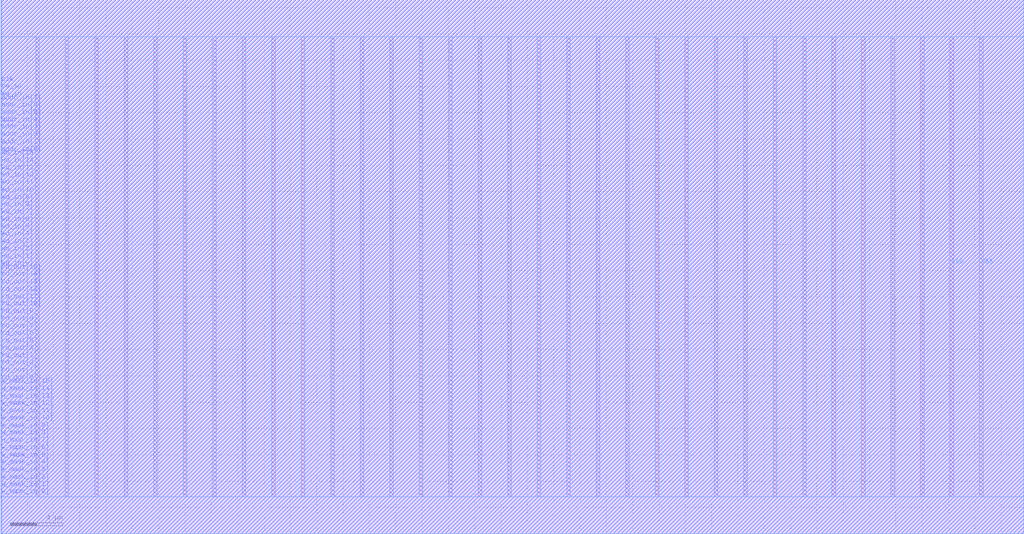
<source format=lef>
VERSION 5.7 ;
BUSBITCHARS "[]" ;
MACRO fakeram45_256x16_upper
  FOREIGN fakeram45_256x16_upper 0 0 ;
  SYMMETRY X Y R90 ;
  SIZE 77.710 BY 40.600 ;
  CLASS COVER ;
  PIN w_mask_in[0]
    DIRECTION INPUT ;
    USE SIGNAL ;
    SHAPE ABUTMENT ;
    PORT
      LAYER M3_m ;
      RECT 0.000 2.800 0.070 2.870 ;
    END
  END w_mask_in[0]
  PIN w_mask_in[1]
    DIRECTION INPUT ;
    USE SIGNAL ;
    SHAPE ABUTMENT ;
    PORT
      LAYER M3_m ;
      RECT 0.000 3.360 0.070 3.430 ;
    END
  END w_mask_in[1]
  PIN w_mask_in[2]
    DIRECTION INPUT ;
    USE SIGNAL ;
    SHAPE ABUTMENT ;
    PORT
      LAYER M3_m ;
      RECT 0.000 3.920 0.070 3.990 ;
    END
  END w_mask_in[2]
  PIN w_mask_in[3]
    DIRECTION INPUT ;
    USE SIGNAL ;
    SHAPE ABUTMENT ;
    PORT
      LAYER M3_m ;
      RECT 0.000 4.480 0.070 4.550 ;
    END
  END w_mask_in[3]
  PIN w_mask_in[4]
    DIRECTION INPUT ;
    USE SIGNAL ;
    SHAPE ABUTMENT ;
    PORT
      LAYER M3_m ;
      RECT 0.000 5.040 0.070 5.110 ;
    END
  END w_mask_in[4]
  PIN w_mask_in[5]
    DIRECTION INPUT ;
    USE SIGNAL ;
    SHAPE ABUTMENT ;
    PORT
      LAYER M3_m ;
      RECT 0.000 5.600 0.070 5.670 ;
    END
  END w_mask_in[5]
  PIN w_mask_in[6]
    DIRECTION INPUT ;
    USE SIGNAL ;
    SHAPE ABUTMENT ;
    PORT
      LAYER M3_m ;
      RECT 0.000 6.160 0.070 6.230 ;
    END
  END w_mask_in[6]
  PIN w_mask_in[7]
    DIRECTION INPUT ;
    USE SIGNAL ;
    SHAPE ABUTMENT ;
    PORT
      LAYER M3_m ;
      RECT 0.000 6.720 0.070 6.790 ;
    END
  END w_mask_in[7]
  PIN w_mask_in[8]
    DIRECTION INPUT ;
    USE SIGNAL ;
    SHAPE ABUTMENT ;
    PORT
      LAYER M3_m ;
      RECT 0.000 7.280 0.070 7.350 ;
    END
  END w_mask_in[8]
  PIN w_mask_in[9]
    DIRECTION INPUT ;
    USE SIGNAL ;
    SHAPE ABUTMENT ;
    PORT
      LAYER M3_m ;
      RECT 0.000 7.840 0.070 7.910 ;
    END
  END w_mask_in[9]
  PIN w_mask_in[10]
    DIRECTION INPUT ;
    USE SIGNAL ;
    SHAPE ABUTMENT ;
    PORT
      LAYER M3_m ;
      RECT 0.000 8.400 0.070 8.470 ;
    END
  END w_mask_in[10]
  PIN w_mask_in[11]
    DIRECTION INPUT ;
    USE SIGNAL ;
    SHAPE ABUTMENT ;
    PORT
      LAYER M3_m ;
      RECT 0.000 8.960 0.070 9.030 ;
    END
  END w_mask_in[11]
  PIN w_mask_in[12]
    DIRECTION INPUT ;
    USE SIGNAL ;
    SHAPE ABUTMENT ;
    PORT
      LAYER M3_m ;
      RECT 0.000 9.520 0.070 9.590 ;
    END
  END w_mask_in[12]
  PIN w_mask_in[13]
    DIRECTION INPUT ;
    USE SIGNAL ;
    SHAPE ABUTMENT ;
    PORT
      LAYER M3_m ;
      RECT 0.000 10.080 0.070 10.150 ;
    END
  END w_mask_in[13]
  PIN w_mask_in[14]
    DIRECTION INPUT ;
    USE SIGNAL ;
    SHAPE ABUTMENT ;
    PORT
      LAYER M3_m ;
      RECT 0.000 10.640 0.070 10.710 ;
    END
  END w_mask_in[14]
  PIN w_mask_in[15]
    DIRECTION INPUT ;
    USE SIGNAL ;
    SHAPE ABUTMENT ;
    PORT
      LAYER M3_m ;
      RECT 0.000 11.200 0.070 11.270 ;
    END
  END w_mask_in[15]
  PIN rd_out[0]
    DIRECTION OUTPUT ;
    USE SIGNAL ;
    SHAPE ABUTMENT ;
    PORT
      LAYER M3_m ;
      RECT 0.000 11.480 0.070 11.550 ;
    END
  END rd_out[0]
  PIN rd_out[1]
    DIRECTION OUTPUT ;
    USE SIGNAL ;
    SHAPE ABUTMENT ;
    PORT
      LAYER M3_m ;
      RECT 0.000 12.040 0.070 12.110 ;
    END
  END rd_out[1]
  PIN rd_out[2]
    DIRECTION OUTPUT ;
    USE SIGNAL ;
    SHAPE ABUTMENT ;
    PORT
      LAYER M3_m ;
      RECT 0.000 12.600 0.070 12.670 ;
    END
  END rd_out[2]
  PIN rd_out[3]
    DIRECTION OUTPUT ;
    USE SIGNAL ;
    SHAPE ABUTMENT ;
    PORT
      LAYER M3_m ;
      RECT 0.000 13.160 0.070 13.230 ;
    END
  END rd_out[3]
  PIN rd_out[4]
    DIRECTION OUTPUT ;
    USE SIGNAL ;
    SHAPE ABUTMENT ;
    PORT
      LAYER M3_m ;
      RECT 0.000 13.720 0.070 13.790 ;
    END
  END rd_out[4]
  PIN rd_out[5]
    DIRECTION OUTPUT ;
    USE SIGNAL ;
    SHAPE ABUTMENT ;
    PORT
      LAYER M3_m ;
      RECT 0.000 14.280 0.070 14.350 ;
    END
  END rd_out[5]
  PIN rd_out[6]
    DIRECTION OUTPUT ;
    USE SIGNAL ;
    SHAPE ABUTMENT ;
    PORT
      LAYER M3_m ;
      RECT 0.000 14.840 0.070 14.910 ;
    END
  END rd_out[6]
  PIN rd_out[7]
    DIRECTION OUTPUT ;
    USE SIGNAL ;
    SHAPE ABUTMENT ;
    PORT
      LAYER M3_m ;
      RECT 0.000 15.400 0.070 15.470 ;
    END
  END rd_out[7]
  PIN rd_out[8]
    DIRECTION OUTPUT ;
    USE SIGNAL ;
    SHAPE ABUTMENT ;
    PORT
      LAYER M3_m ;
      RECT 0.000 15.960 0.070 16.030 ;
    END
  END rd_out[8]
  PIN rd_out[9]
    DIRECTION OUTPUT ;
    USE SIGNAL ;
    SHAPE ABUTMENT ;
    PORT
      LAYER M3_m ;
      RECT 0.000 16.520 0.070 16.590 ;
    END
  END rd_out[9]
  PIN rd_out[10]
    DIRECTION OUTPUT ;
    USE SIGNAL ;
    SHAPE ABUTMENT ;
    PORT
      LAYER M3_m ;
      RECT 0.000 17.080 0.070 17.150 ;
    END
  END rd_out[10]
  PIN rd_out[11]
    DIRECTION OUTPUT ;
    USE SIGNAL ;
    SHAPE ABUTMENT ;
    PORT
      LAYER M3_m ;
      RECT 0.000 17.640 0.070 17.710 ;
    END
  END rd_out[11]
  PIN rd_out[12]
    DIRECTION OUTPUT ;
    USE SIGNAL ;
    SHAPE ABUTMENT ;
    PORT
      LAYER M3_m ;
      RECT 0.000 18.200 0.070 18.270 ;
    END
  END rd_out[12]
  PIN rd_out[13]
    DIRECTION OUTPUT ;
    USE SIGNAL ;
    SHAPE ABUTMENT ;
    PORT
      LAYER M3_m ;
      RECT 0.000 18.760 0.070 18.830 ;
    END
  END rd_out[13]
  PIN rd_out[14]
    DIRECTION OUTPUT ;
    USE SIGNAL ;
    SHAPE ABUTMENT ;
    PORT
      LAYER M3_m ;
      RECT 0.000 19.320 0.070 19.390 ;
    END
  END rd_out[14]
  PIN rd_out[15]
    DIRECTION OUTPUT ;
    USE SIGNAL ;
    SHAPE ABUTMENT ;
    PORT
      LAYER M3_m ;
      RECT 0.000 19.880 0.070 19.950 ;
    END
  END rd_out[15]
  PIN wd_in[0]
    DIRECTION INPUT ;
    USE SIGNAL ;
    SHAPE ABUTMENT ;
    PORT
      LAYER M3_m ;
      RECT 0.000 20.160 0.070 20.230 ;
    END
  END wd_in[0]
  PIN wd_in[1]
    DIRECTION INPUT ;
    USE SIGNAL ;
    SHAPE ABUTMENT ;
    PORT
      LAYER M3_m ;
      RECT 0.000 20.720 0.070 20.790 ;
    END
  END wd_in[1]
  PIN wd_in[2]
    DIRECTION INPUT ;
    USE SIGNAL ;
    SHAPE ABUTMENT ;
    PORT
      LAYER M3_m ;
      RECT 0.000 21.280 0.070 21.350 ;
    END
  END wd_in[2]
  PIN wd_in[3]
    DIRECTION INPUT ;
    USE SIGNAL ;
    SHAPE ABUTMENT ;
    PORT
      LAYER M3_m ;
      RECT 0.000 21.840 0.070 21.910 ;
    END
  END wd_in[3]
  PIN wd_in[4]
    DIRECTION INPUT ;
    USE SIGNAL ;
    SHAPE ABUTMENT ;
    PORT
      LAYER M3_m ;
      RECT 0.000 22.400 0.070 22.470 ;
    END
  END wd_in[4]
  PIN wd_in[5]
    DIRECTION INPUT ;
    USE SIGNAL ;
    SHAPE ABUTMENT ;
    PORT
      LAYER M3_m ;
      RECT 0.000 22.960 0.070 23.030 ;
    END
  END wd_in[5]
  PIN wd_in[6]
    DIRECTION INPUT ;
    USE SIGNAL ;
    SHAPE ABUTMENT ;
    PORT
      LAYER M3_m ;
      RECT 0.000 23.520 0.070 23.590 ;
    END
  END wd_in[6]
  PIN wd_in[7]
    DIRECTION INPUT ;
    USE SIGNAL ;
    SHAPE ABUTMENT ;
    PORT
      LAYER M3_m ;
      RECT 0.000 24.080 0.070 24.150 ;
    END
  END wd_in[7]
  PIN wd_in[8]
    DIRECTION INPUT ;
    USE SIGNAL ;
    SHAPE ABUTMENT ;
    PORT
      LAYER M3_m ;
      RECT 0.000 24.640 0.070 24.710 ;
    END
  END wd_in[8]
  PIN wd_in[9]
    DIRECTION INPUT ;
    USE SIGNAL ;
    SHAPE ABUTMENT ;
    PORT
      LAYER M3_m ;
      RECT 0.000 25.200 0.070 25.270 ;
    END
  END wd_in[9]
  PIN wd_in[10]
    DIRECTION INPUT ;
    USE SIGNAL ;
    SHAPE ABUTMENT ;
    PORT
      LAYER M3_m ;
      RECT 0.000 25.760 0.070 25.830 ;
    END
  END wd_in[10]
  PIN wd_in[11]
    DIRECTION INPUT ;
    USE SIGNAL ;
    SHAPE ABUTMENT ;
    PORT
      LAYER M3_m ;
      RECT 0.000 26.320 0.070 26.390 ;
    END
  END wd_in[11]
  PIN wd_in[12]
    DIRECTION INPUT ;
    USE SIGNAL ;
    SHAPE ABUTMENT ;
    PORT
      LAYER M3_m ;
      RECT 0.000 26.880 0.070 26.950 ;
    END
  END wd_in[12]
  PIN wd_in[13]
    DIRECTION INPUT ;
    USE SIGNAL ;
    SHAPE ABUTMENT ;
    PORT
      LAYER M3_m ;
      RECT 0.000 27.440 0.070 27.510 ;
    END
  END wd_in[13]
  PIN wd_in[14]
    DIRECTION INPUT ;
    USE SIGNAL ;
    SHAPE ABUTMENT ;
    PORT
      LAYER M3_m ;
      RECT 0.000 28.000 0.070 28.070 ;
    END
  END wd_in[14]
  PIN wd_in[15]
    DIRECTION INPUT ;
    USE SIGNAL ;
    SHAPE ABUTMENT ;
    PORT
      LAYER M3_m ;
      RECT 0.000 28.560 0.070 28.630 ;
    END
  END wd_in[15]
  PIN addr_in[0]
    DIRECTION INPUT ;
    USE SIGNAL ;
    SHAPE ABUTMENT ;
    PORT
      LAYER M3_m ;
      RECT 0.000 28.840 0.070 28.910 ;
    END
  END addr_in[0]
  PIN addr_in[1]
    DIRECTION INPUT ;
    USE SIGNAL ;
    SHAPE ABUTMENT ;
    PORT
      LAYER M3_m ;
      RECT 0.000 29.400 0.070 29.470 ;
    END
  END addr_in[1]
  PIN addr_in[2]
    DIRECTION INPUT ;
    USE SIGNAL ;
    SHAPE ABUTMENT ;
    PORT
      LAYER M3_m ;
      RECT 0.000 29.960 0.070 30.030 ;
    END
  END addr_in[2]
  PIN addr_in[3]
    DIRECTION INPUT ;
    USE SIGNAL ;
    SHAPE ABUTMENT ;
    PORT
      LAYER M3_m ;
      RECT 0.000 30.520 0.070 30.590 ;
    END
  END addr_in[3]
  PIN addr_in[4]
    DIRECTION INPUT ;
    USE SIGNAL ;
    SHAPE ABUTMENT ;
    PORT
      LAYER M3_m ;
      RECT 0.000 31.080 0.070 31.150 ;
    END
  END addr_in[4]
  PIN addr_in[5]
    DIRECTION INPUT ;
    USE SIGNAL ;
    SHAPE ABUTMENT ;
    PORT
      LAYER M3_m ;
      RECT 0.000 31.640 0.070 31.710 ;
    END
  END addr_in[5]
  PIN addr_in[6]
    DIRECTION INPUT ;
    USE SIGNAL ;
    SHAPE ABUTMENT ;
    PORT
      LAYER M3_m ;
      RECT 0.000 32.200 0.070 32.270 ;
    END
  END addr_in[6]
  PIN addr_in[7]
    DIRECTION INPUT ;
    USE SIGNAL ;
    SHAPE ABUTMENT ;
    PORT
      LAYER M3_m ;
      RECT 0.000 32.760 0.070 32.830 ;
    END
  END addr_in[7]
  PIN we_in
    DIRECTION INPUT ;
    USE SIGNAL ;
    SHAPE ABUTMENT ;
    PORT
      LAYER M3_m ;
      RECT 0.000 33.040 0.070 33.110 ;
    END
  END we_in
  PIN ce_in
    DIRECTION INPUT ;
    USE SIGNAL ;
    SHAPE ABUTMENT ;
    PORT
      LAYER M3_m ;
      RECT 0.000 33.600 0.070 33.670 ;
    END
  END ce_in
  PIN clk
    DIRECTION INPUT ;
    USE SIGNAL ;
    SHAPE ABUTMENT ;
    PORT
      LAYER M3_m ;
      RECT 0.000 34.160 0.070 34.230 ;
    END
  END clk
  PIN VSS
    DIRECTION INOUT ;
    USE GROUND ;
    PORT
      LAYER M4_m ;
      RECT 2.660 2.800 2.940 37.800 ;
      RECT 7.140 2.800 7.420 37.800 ;
      RECT 11.620 2.800 11.900 37.800 ;
      RECT 16.100 2.800 16.380 37.800 ;
      RECT 20.580 2.800 20.860 37.800 ;
      RECT 25.060 2.800 25.340 37.800 ;
      RECT 29.540 2.800 29.820 37.800 ;
      RECT 34.020 2.800 34.300 37.800 ;
      RECT 38.500 2.800 38.780 37.800 ;
      RECT 42.980 2.800 43.260 37.800 ;
      RECT 47.460 2.800 47.740 37.800 ;
      RECT 51.940 2.800 52.220 37.800 ;
      RECT 56.420 2.800 56.700 37.800 ;
      RECT 60.900 2.800 61.180 37.800 ;
      RECT 65.380 2.800 65.660 37.800 ;
      RECT 69.860 2.800 70.140 37.800 ;
      RECT 74.340 2.800 74.620 37.800 ;
    END
  END VSS
  PIN VDD
    DIRECTION INOUT ;
    USE POWER ;
    PORT
      LAYER M4_m ;
      RECT 4.900 2.800 5.180 37.800 ;
      RECT 9.380 2.800 9.660 37.800 ;
      RECT 13.860 2.800 14.140 37.800 ;
      RECT 18.340 2.800 18.620 37.800 ;
      RECT 22.820 2.800 23.100 37.800 ;
      RECT 27.300 2.800 27.580 37.800 ;
      RECT 31.780 2.800 32.060 37.800 ;
      RECT 36.260 2.800 36.540 37.800 ;
      RECT 40.740 2.800 41.020 37.800 ;
      RECT 45.220 2.800 45.500 37.800 ;
      RECT 49.700 2.800 49.980 37.800 ;
      RECT 54.180 2.800 54.460 37.800 ;
      RECT 58.660 2.800 58.940 37.800 ;
      RECT 63.140 2.800 63.420 37.800 ;
      RECT 67.620 2.800 67.900 37.800 ;
      RECT 72.100 2.800 72.380 37.800 ;
    END
  END VDD
  OBS
    LAYER M1_m ;
    RECT 0 0 77.710 40.600 ;
    LAYER M2_m ;
    RECT 0 0 77.710 40.600 ;
    LAYER M3_m ;
    RECT 0.070 0 77.710 40.600 ;
    RECT 0 0.000 0.070 2.800 ;
    RECT 0 2.870 0.070 3.360 ;
    RECT 0 3.430 0.070 3.920 ;
    RECT 0 3.990 0.070 4.480 ;
    RECT 0 4.550 0.070 5.040 ;
    RECT 0 5.110 0.070 5.600 ;
    RECT 0 5.670 0.070 6.160 ;
    RECT 0 6.230 0.070 6.720 ;
    RECT 0 6.790 0.070 7.280 ;
    RECT 0 7.350 0.070 7.840 ;
    RECT 0 7.910 0.070 8.400 ;
    RECT 0 8.470 0.070 8.960 ;
    RECT 0 9.030 0.070 9.520 ;
    RECT 0 9.590 0.070 10.080 ;
    RECT 0 10.150 0.070 10.640 ;
    RECT 0 10.710 0.070 11.200 ;
    RECT 0 11.270 0.070 11.480 ;
    RECT 0 11.550 0.070 12.040 ;
    RECT 0 12.110 0.070 12.600 ;
    RECT 0 12.670 0.070 13.160 ;
    RECT 0 13.230 0.070 13.720 ;
    RECT 0 13.790 0.070 14.280 ;
    RECT 0 14.350 0.070 14.840 ;
    RECT 0 14.910 0.070 15.400 ;
    RECT 0 15.470 0.070 15.960 ;
    RECT 0 16.030 0.070 16.520 ;
    RECT 0 16.590 0.070 17.080 ;
    RECT 0 17.150 0.070 17.640 ;
    RECT 0 17.710 0.070 18.200 ;
    RECT 0 18.270 0.070 18.760 ;
    RECT 0 18.830 0.070 19.320 ;
    RECT 0 19.390 0.070 19.880 ;
    RECT 0 19.950 0.070 20.160 ;
    RECT 0 20.230 0.070 20.720 ;
    RECT 0 20.790 0.070 21.280 ;
    RECT 0 21.350 0.070 21.840 ;
    RECT 0 21.910 0.070 22.400 ;
    RECT 0 22.470 0.070 22.960 ;
    RECT 0 23.030 0.070 23.520 ;
    RECT 0 23.590 0.070 24.080 ;
    RECT 0 24.150 0.070 24.640 ;
    RECT 0 24.710 0.070 25.200 ;
    RECT 0 25.270 0.070 25.760 ;
    RECT 0 25.830 0.070 26.320 ;
    RECT 0 26.390 0.070 26.880 ;
    RECT 0 26.950 0.070 27.440 ;
    RECT 0 27.510 0.070 28.000 ;
    RECT 0 28.070 0.070 28.560 ;
    RECT 0 28.630 0.070 28.840 ;
    RECT 0 28.910 0.070 29.400 ;
    RECT 0 29.470 0.070 29.960 ;
    RECT 0 30.030 0.070 30.520 ;
    RECT 0 30.590 0.070 31.080 ;
    RECT 0 31.150 0.070 31.640 ;
    RECT 0 31.710 0.070 32.200 ;
    RECT 0 32.270 0.070 32.760 ;
    RECT 0 32.830 0.070 33.040 ;
    RECT 0 33.110 0.070 33.600 ;
    RECT 0 33.670 0.070 34.160 ;
    RECT 0 34.230 0.070 40.600 ;
    LAYER M4_m ;
    RECT 0 0 77.710 2.800 ;
    RECT 0 37.800 77.710 40.600 ;
    RECT 0.000 2.800 2.660 37.800 ;
    RECT 2.940 2.800 4.900 37.800 ;
    RECT 5.180 2.800 7.140 37.800 ;
    RECT 7.420 2.800 9.380 37.800 ;
    RECT 9.660 2.800 11.620 37.800 ;
    RECT 11.900 2.800 13.860 37.800 ;
    RECT 14.140 2.800 16.100 37.800 ;
    RECT 16.380 2.800 18.340 37.800 ;
    RECT 18.620 2.800 20.580 37.800 ;
    RECT 20.860 2.800 22.820 37.800 ;
    RECT 23.100 2.800 25.060 37.800 ;
    RECT 25.340 2.800 27.300 37.800 ;
    RECT 27.580 2.800 29.540 37.800 ;
    RECT 29.820 2.800 31.780 37.800 ;
    RECT 32.060 2.800 34.020 37.800 ;
    RECT 34.300 2.800 36.260 37.800 ;
    RECT 36.540 2.800 38.500 37.800 ;
    RECT 38.780 2.800 40.740 37.800 ;
    RECT 41.020 2.800 42.980 37.800 ;
    RECT 43.260 2.800 45.220 37.800 ;
    RECT 45.500 2.800 47.460 37.800 ;
    RECT 47.740 2.800 49.700 37.800 ;
    RECT 49.980 2.800 51.940 37.800 ;
    RECT 52.220 2.800 54.180 37.800 ;
    RECT 54.460 2.800 56.420 37.800 ;
    RECT 56.700 2.800 58.660 37.800 ;
    RECT 58.940 2.800 60.900 37.800 ;
    RECT 61.180 2.800 63.140 37.800 ;
    RECT 63.420 2.800 65.380 37.800 ;
    RECT 65.660 2.800 67.620 37.800 ;
    RECT 67.900 2.800 69.860 37.800 ;
    RECT 70.140 2.800 72.100 37.800 ;
    RECT 72.380 2.800 74.340 37.800 ;
    RECT 74.620 2.800 77.710 37.800 ;
  END
END fakeram45_256x16_upper

END LIBRARY

</source>
